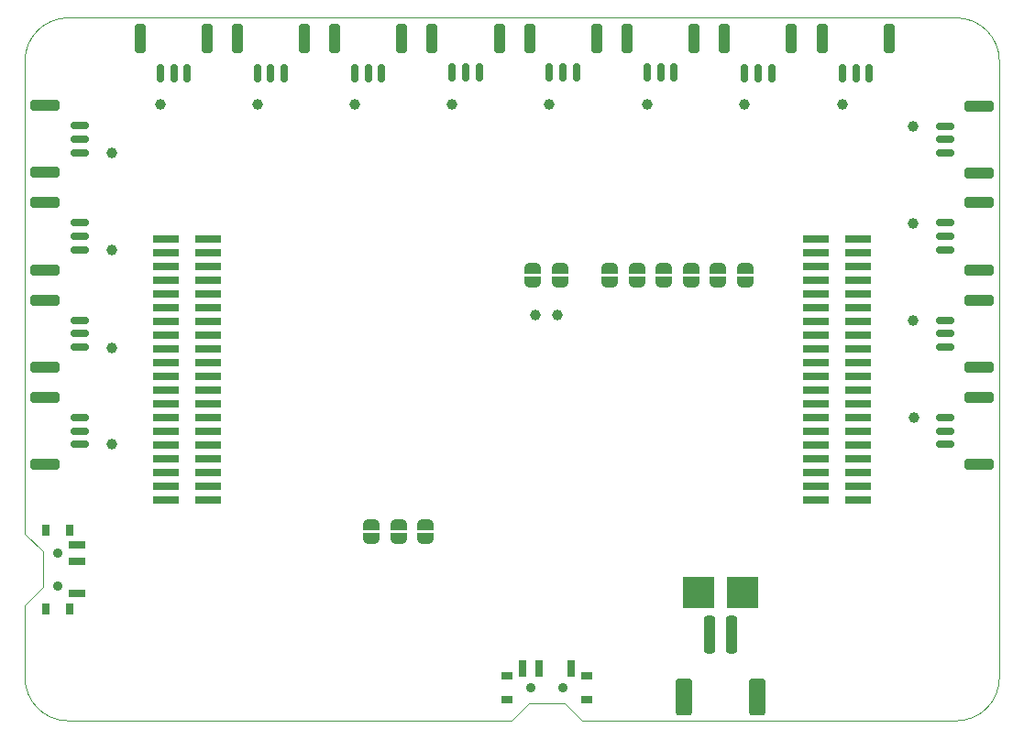
<source format=gbs>
G04 #@! TF.GenerationSoftware,KiCad,Pcbnew,(5.99.0-10928-g75ce97e260)*
G04 #@! TF.CreationDate,2021-06-09T11:05:27-04:00*
G04 #@! TF.ProjectId,FlySensei_Stack_Actuation_ECAD,466c7953-656e-4736-9569-5f537461636b,0.1*
G04 #@! TF.SameCoordinates,Original*
G04 #@! TF.FileFunction,Soldermask,Bot*
G04 #@! TF.FilePolarity,Negative*
%FSLAX46Y46*%
G04 Gerber Fmt 4.6, Leading zero omitted, Abs format (unit mm)*
G04 Created by KiCad (PCBNEW (5.99.0-10928-g75ce97e260)) date 2021-06-09 11:05:27*
%MOMM*%
%LPD*%
G01*
G04 APERTURE LIST*
G04 Aperture macros list*
%AMRoundRect*
0 Rectangle with rounded corners*
0 $1 Rounding radius*
0 $2 $3 $4 $5 $6 $7 $8 $9 X,Y pos of 4 corners*
0 Add a 4 corners polygon primitive as box body*
4,1,4,$2,$3,$4,$5,$6,$7,$8,$9,$2,$3,0*
0 Add four circle primitives for the rounded corners*
1,1,$1+$1,$2,$3*
1,1,$1+$1,$4,$5*
1,1,$1+$1,$6,$7*
1,1,$1+$1,$8,$9*
0 Add four rect primitives between the rounded corners*
20,1,$1+$1,$2,$3,$4,$5,0*
20,1,$1+$1,$4,$5,$6,$7,0*
20,1,$1+$1,$6,$7,$8,$9,0*
20,1,$1+$1,$8,$9,$2,$3,0*%
%AMFreePoly0*
4,1,22,0.500000,-0.750000,0.000000,-0.750000,0.000000,-0.745033,-0.079941,-0.743568,-0.215256,-0.701293,-0.333266,-0.622738,-0.424486,-0.514219,-0.481581,-0.384460,-0.499164,-0.250000,-0.500000,-0.250000,-0.500000,0.250000,-0.499164,0.250000,-0.499963,0.256109,-0.478152,0.396186,-0.417904,0.524511,-0.324060,0.630769,-0.204165,0.706417,-0.067858,0.745374,0.000000,0.744959,0.000000,0.750000,
0.500000,0.750000,0.500000,-0.750000,0.500000,-0.750000,$1*%
%AMFreePoly1*
4,1,20,0.000000,0.744959,0.073905,0.744508,0.209726,0.703889,0.328688,0.626782,0.421226,0.519385,0.479903,0.390333,0.500000,0.250000,0.500000,-0.250000,0.499851,-0.262216,0.476331,-0.402017,0.414519,-0.529596,0.319384,-0.634700,0.198574,-0.708877,0.061801,-0.746166,0.000000,-0.745033,0.000000,-0.750000,-0.500000,-0.750000,-0.500000,0.750000,0.000000,0.750000,0.000000,0.744959,
0.000000,0.744959,$1*%
G04 Aperture macros list end*
G04 #@! TA.AperFunction,Profile*
%ADD10C,0.100000*%
G04 #@! TD*
%ADD11C,1.000000*%
%ADD12FreePoly0,270.000000*%
%ADD13FreePoly1,270.000000*%
%ADD14RoundRect,0.150000X-0.150000X-0.700000X0.150000X-0.700000X0.150000X0.700000X-0.150000X0.700000X0*%
%ADD15RoundRect,0.250000X-0.250000X-1.100000X0.250000X-1.100000X0.250000X1.100000X-0.250000X1.100000X0*%
%ADD16RoundRect,0.150000X-0.700000X0.150000X-0.700000X-0.150000X0.700000X-0.150000X0.700000X0.150000X0*%
%ADD17RoundRect,0.250000X-1.100000X0.250000X-1.100000X-0.250000X1.100000X-0.250000X1.100000X0.250000X0*%
%ADD18R,2.400000X0.740000*%
%ADD19RoundRect,0.150000X0.700000X-0.150000X0.700000X0.150000X-0.700000X0.150000X-0.700000X-0.150000X0*%
%ADD20RoundRect,0.250000X1.100000X-0.250000X1.100000X0.250000X-1.100000X0.250000X-1.100000X-0.250000X0*%
%ADD21RoundRect,0.250000X0.250000X1.500000X-0.250000X1.500000X-0.250000X-1.500000X0.250000X-1.500000X0*%
%ADD22RoundRect,0.250001X0.499999X1.449999X-0.499999X1.449999X-0.499999X-1.449999X0.499999X-1.449999X0*%
%ADD23C,0.900000*%
%ADD24R,0.800000X1.000000*%
%ADD25R,1.500000X0.700000*%
%ADD26R,1.000000X0.800000*%
%ADD27R,0.700000X1.500000*%
%ADD28FreePoly0,90.000000*%
%ADD29FreePoly1,90.000000*%
%ADD30C,0.600000*%
%ADD31R,3.000000X3.000000*%
G04 APERTURE END LIST*
D10*
X136550000Y-128350000D02*
X134900000Y-130000000D01*
X136550000Y-128350000D02*
X139850000Y-128350000D01*
X139850000Y-128350000D02*
X141500000Y-130000000D01*
X91650000Y-114350000D02*
X91650000Y-117650000D01*
X180000000Y-69000000D02*
X180000000Y-126000000D01*
X180000000Y-69000000D02*
G75*
G03*
X176000000Y-65000000I-4000000J0D01*
G01*
X91650000Y-114350000D02*
X90000000Y-112700000D01*
X141500000Y-130000000D02*
X176000000Y-130000000D01*
X94000000Y-65000000D02*
X176000000Y-65000000D01*
X91650000Y-117650000D02*
X90000000Y-119300000D01*
X90000000Y-126000000D02*
G75*
G03*
X94000000Y-130000000I4000000J0D01*
G01*
X134900000Y-130000000D02*
X94000000Y-130000000D01*
X94000000Y-65000000D02*
G75*
G03*
X90000000Y-69000000I0J-4000000D01*
G01*
X176000000Y-130000000D02*
G75*
G03*
X180000000Y-126000000I0J4000000D01*
G01*
X90000000Y-119300000D02*
X90000000Y-126000000D01*
X90000000Y-112700000D02*
X90000000Y-69000000D01*
D11*
G04 #@! TO.C,TP15*
X172100000Y-102000000D03*
G04 #@! TD*
D12*
G04 #@! TO.C,JP2*
X154000000Y-88150000D03*
D13*
X154000000Y-89450000D03*
G04 #@! TD*
D14*
G04 #@! TO.C,BL2*
X147450000Y-70080000D03*
X148700000Y-70080000D03*
X149950000Y-70080000D03*
D15*
X151800000Y-66880000D03*
X145600000Y-66880000D03*
G04 #@! TD*
D11*
G04 #@! TO.C,TP9*
X111450000Y-73000001D03*
G04 #@! TD*
D12*
G04 #@! TO.C,JP3*
X151500000Y-88150000D03*
D13*
X151500000Y-89450000D03*
G04 #@! TD*
D11*
G04 #@! TO.C,TP18*
X172000000Y-75000000D03*
G04 #@! TD*
D16*
G04 #@! TO.C,S7*
X174950000Y-75000000D03*
X174950000Y-76250000D03*
X174950000Y-77500000D03*
D17*
X178150000Y-79350000D03*
X178150000Y-73150000D03*
G04 #@! TD*
D12*
G04 #@! TO.C,JP5*
X146500000Y-88150000D03*
D13*
X146500000Y-89450000D03*
G04 #@! TD*
D18*
G04 #@! TO.C,J2*
X106950000Y-85435000D03*
X103050000Y-85435000D03*
X106950000Y-86705000D03*
X103050000Y-86705000D03*
X106950000Y-87975000D03*
X103050000Y-87975000D03*
X106950000Y-89245000D03*
X103050000Y-89245000D03*
X106950000Y-90515000D03*
X103050000Y-90515000D03*
X106950000Y-91785000D03*
X103050000Y-91785000D03*
X106950000Y-93055000D03*
X103050000Y-93055000D03*
X106950000Y-94325000D03*
X103050000Y-94325000D03*
X106950000Y-95595000D03*
X103050000Y-95595000D03*
X106950000Y-96865000D03*
X103050000Y-96865000D03*
X106950000Y-98135000D03*
X103050000Y-98135000D03*
X106950000Y-99405000D03*
X103050000Y-99405000D03*
X106950000Y-100675000D03*
X103050000Y-100675000D03*
X106950000Y-101945000D03*
X103050000Y-101945000D03*
X106950000Y-103215000D03*
X103050000Y-103215000D03*
X106950000Y-104485000D03*
X103050000Y-104485000D03*
X106950000Y-105755000D03*
X103050000Y-105755000D03*
X106950000Y-107025000D03*
X103050000Y-107025000D03*
X106950000Y-108295000D03*
X103050000Y-108295000D03*
X106950000Y-109565000D03*
X103050000Y-109565000D03*
G04 #@! TD*
D14*
G04 #@! TO.C,BL4*
X129450000Y-70075000D03*
X130700000Y-70075000D03*
X131950000Y-70075000D03*
D15*
X133800000Y-66875000D03*
X127600000Y-66875000D03*
G04 #@! TD*
D18*
G04 #@! TO.C,J4*
X166950000Y-85435000D03*
X163050000Y-85435000D03*
X166950000Y-86705000D03*
X163050000Y-86705000D03*
X166950000Y-87975000D03*
X163050000Y-87975000D03*
X166950000Y-89245000D03*
X163050000Y-89245000D03*
X166950000Y-90515000D03*
X163050000Y-90515000D03*
X166950000Y-91785000D03*
X163050000Y-91785000D03*
X166950000Y-93055000D03*
X163050000Y-93055000D03*
X166950000Y-94325000D03*
X163050000Y-94325000D03*
X166950000Y-95595000D03*
X163050000Y-95595000D03*
X166950000Y-96865000D03*
X163050000Y-96865000D03*
X166950000Y-98135000D03*
X163050000Y-98135000D03*
X166950000Y-99405000D03*
X163050000Y-99405000D03*
X166950000Y-100675000D03*
X163050000Y-100675000D03*
X166950000Y-101945000D03*
X163050000Y-101945000D03*
X166950000Y-103215000D03*
X163050000Y-103215000D03*
X166950000Y-104485000D03*
X163050000Y-104485000D03*
X166950000Y-105755000D03*
X163050000Y-105755000D03*
X166950000Y-107025000D03*
X163050000Y-107025000D03*
X166950000Y-108295000D03*
X163050000Y-108295000D03*
X166950000Y-109565000D03*
X163050000Y-109565000D03*
G04 #@! TD*
D11*
G04 #@! TO.C,TP11*
X98000000Y-77500000D03*
G04 #@! TD*
G04 #@! TO.C,TP8*
X120450000Y-73000001D03*
G04 #@! TD*
D14*
G04 #@! TO.C,BL0*
X165500000Y-70100000D03*
X166750000Y-70100000D03*
X168000000Y-70100000D03*
D15*
X163650000Y-66900000D03*
X169850000Y-66900000D03*
G04 #@! TD*
D19*
G04 #@! TO.C,S3*
X95050000Y-104450000D03*
X95050000Y-103200000D03*
X95050000Y-101950000D03*
D20*
X91850000Y-100100000D03*
X91850000Y-106300000D03*
G04 #@! TD*
D12*
G04 #@! TO.C,JP1*
X156500000Y-88150000D03*
D13*
X156500000Y-89450000D03*
G04 #@! TD*
D19*
G04 #@! TO.C,S2*
X95050000Y-95450000D03*
X95050000Y-94200000D03*
X95050000Y-92950000D03*
D20*
X91850000Y-97300000D03*
X91850000Y-91100000D03*
G04 #@! TD*
D12*
G04 #@! TO.C,JP6*
X144000000Y-88150000D03*
D13*
X144000000Y-89450000D03*
G04 #@! TD*
D21*
G04 #@! TO.C,J5*
X155250000Y-122050000D03*
X153250000Y-122050000D03*
D22*
X150900000Y-127800000D03*
X157600000Y-127800000D03*
G04 #@! TD*
D11*
G04 #@! TO.C,TP5*
X147450000Y-72975001D03*
G04 #@! TD*
G04 #@! TO.C,TP2*
X137150000Y-92475000D03*
G04 #@! TD*
D16*
G04 #@! TO.C,S4*
X174950000Y-101950000D03*
X174950000Y-103200000D03*
X174950000Y-104450000D03*
D17*
X178150000Y-106300000D03*
X178150000Y-100100000D03*
G04 #@! TD*
D11*
G04 #@! TO.C,TP13*
X98000000Y-95500000D03*
G04 #@! TD*
D23*
G04 #@! TO.C,SW2*
X93045000Y-117500000D03*
D24*
X94155000Y-112350000D03*
D23*
X93045000Y-114500000D03*
D24*
X94155000Y-119650000D03*
X91945000Y-119650000D03*
X91945000Y-112350000D03*
D25*
X94805000Y-118250000D03*
X94805000Y-115250000D03*
X94805000Y-113750000D03*
G04 #@! TD*
D11*
G04 #@! TO.C,TP7*
X129450000Y-73000001D03*
G04 #@! TD*
D12*
G04 #@! TO.C,JP4*
X149000000Y-88150000D03*
D13*
X149000000Y-89450000D03*
G04 #@! TD*
D26*
G04 #@! TO.C,SW1*
X134550000Y-125845000D03*
X141850000Y-128055000D03*
X134550000Y-128055000D03*
D23*
X139700000Y-126955000D03*
D26*
X141850000Y-125845000D03*
D23*
X136700000Y-126955000D03*
D27*
X140450000Y-125195000D03*
X137450000Y-125195000D03*
X135950000Y-125195000D03*
G04 #@! TD*
D28*
G04 #@! TO.C,JP10*
X139400000Y-89450000D03*
D29*
X139400000Y-88150000D03*
G04 #@! TD*
D19*
G04 #@! TO.C,S1*
X95050000Y-86450000D03*
X95050000Y-85200000D03*
X95050000Y-83950000D03*
D20*
X91850000Y-88300000D03*
X91850000Y-82100000D03*
G04 #@! TD*
D14*
G04 #@! TO.C,BL6*
X111450000Y-70125000D03*
X112700000Y-70125000D03*
X113950000Y-70125000D03*
D15*
X109600000Y-66925000D03*
X115800000Y-66925000D03*
G04 #@! TD*
D11*
G04 #@! TO.C,TP10*
X102500000Y-73000001D03*
G04 #@! TD*
G04 #@! TO.C,TP12*
X98000000Y-86500000D03*
G04 #@! TD*
D12*
G04 #@! TO.C,JP8*
X122000000Y-111850000D03*
D13*
X122000000Y-113150000D03*
G04 #@! TD*
D30*
G04 #@! TO.C,TP19*
X155250000Y-118100000D03*
X157250000Y-118100000D03*
X157250000Y-119100000D03*
X156250000Y-118100000D03*
X156250000Y-117100000D03*
X155250000Y-117100000D03*
X157250000Y-117100000D03*
X156250000Y-119100000D03*
X155250000Y-119100000D03*
D31*
X156250000Y-118100000D03*
G04 #@! TD*
D28*
G04 #@! TO.C,JP9*
X127000000Y-113150000D03*
D29*
X127000000Y-111850000D03*
G04 #@! TD*
D11*
G04 #@! TO.C,TP14*
X98000000Y-104400000D03*
G04 #@! TD*
G04 #@! TO.C,TP1*
X139150000Y-92475000D03*
G04 #@! TD*
D19*
G04 #@! TO.C,S0*
X95050000Y-77450000D03*
X95050000Y-76200000D03*
X95050000Y-74950000D03*
D20*
X91850000Y-79300000D03*
X91850000Y-73100000D03*
G04 #@! TD*
D14*
G04 #@! TO.C,BL1*
X156450000Y-70100000D03*
X157700000Y-70100000D03*
X158950000Y-70100000D03*
D15*
X154600000Y-66900000D03*
X160800000Y-66900000D03*
G04 #@! TD*
D14*
G04 #@! TO.C,BL3*
X138450000Y-70080000D03*
X139700000Y-70080000D03*
X140950000Y-70080000D03*
D15*
X136600000Y-66880000D03*
X142800000Y-66880000D03*
G04 #@! TD*
D28*
G04 #@! TO.C,JP11*
X136900000Y-89450000D03*
D29*
X136900000Y-88150000D03*
G04 #@! TD*
D11*
G04 #@! TO.C,TP17*
X172000000Y-84000000D03*
G04 #@! TD*
D12*
G04 #@! TO.C,JP7*
X124500000Y-111850000D03*
D13*
X124500000Y-113150000D03*
G04 #@! TD*
D16*
G04 #@! TO.C,S5*
X174950000Y-92950000D03*
X174950000Y-94200000D03*
X174950000Y-95450000D03*
D17*
X178150000Y-97300000D03*
X178150000Y-91100000D03*
G04 #@! TD*
D11*
G04 #@! TO.C,TP16*
X172000000Y-93000000D03*
G04 #@! TD*
G04 #@! TO.C,TP4*
X156450000Y-73000001D03*
G04 #@! TD*
D30*
G04 #@! TO.C,TP20*
X153250000Y-119100000D03*
X152250000Y-117100000D03*
X151250000Y-117100000D03*
X151250000Y-118100000D03*
X153250000Y-117100000D03*
X153250000Y-118100000D03*
D31*
X152250000Y-118100000D03*
D30*
X152250000Y-118100000D03*
X151250000Y-119100000D03*
X152250000Y-119100000D03*
G04 #@! TD*
D11*
G04 #@! TO.C,TP3*
X165500000Y-73000000D03*
G04 #@! TD*
G04 #@! TO.C,TP6*
X138450000Y-72975001D03*
G04 #@! TD*
D14*
G04 #@! TO.C,BL5*
X120450000Y-70125000D03*
X121700000Y-70125000D03*
X122950000Y-70125000D03*
D15*
X124800000Y-66925000D03*
X118600000Y-66925000D03*
G04 #@! TD*
D16*
G04 #@! TO.C,S6*
X174950000Y-83950000D03*
X174950000Y-85200000D03*
X174950000Y-86450000D03*
D17*
X178150000Y-82100000D03*
X178150000Y-88300000D03*
G04 #@! TD*
D14*
G04 #@! TO.C,BL7*
X102500000Y-70130000D03*
X103750000Y-70130000D03*
X105000000Y-70130000D03*
D15*
X100650000Y-66930000D03*
X106850000Y-66930000D03*
G04 #@! TD*
M02*

</source>
